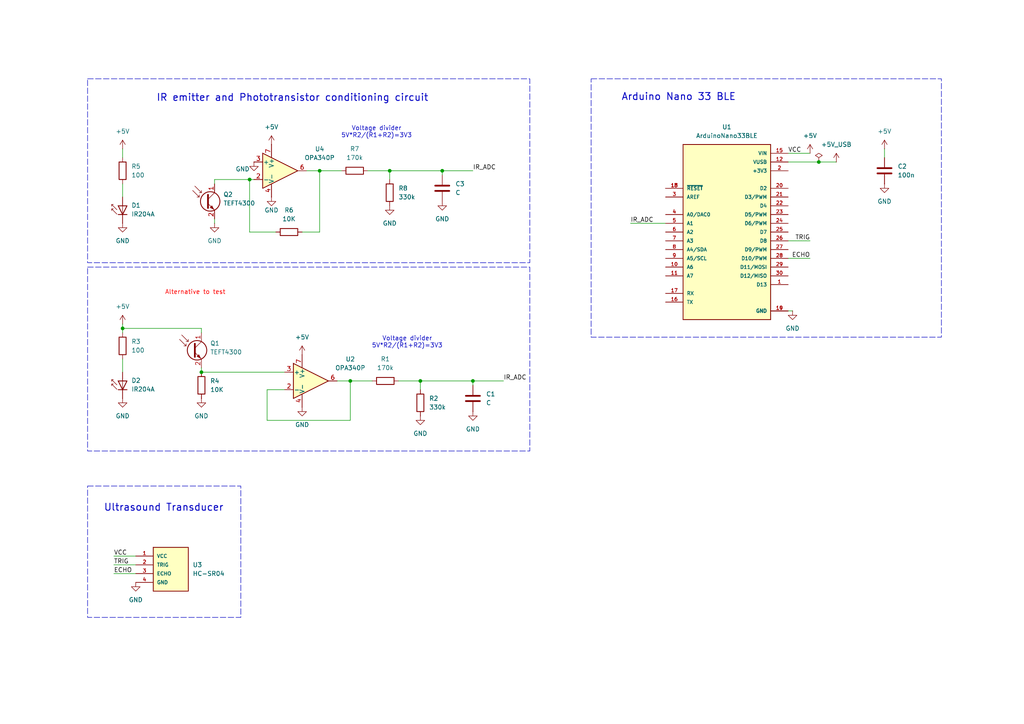
<source format=kicad_sch>
(kicad_sch (version 20231120) (generator "eeschema") (generator_version "8.0")
  (paper "A4")
  (lib_symbols
    (symbol "Amplifier_Operational:OPA340P" (pin_names (offset 0.127))
      (property "Reference" "U" (at 0 6.35 0))
      (property "Value" "OPA340P" (at 0 3.81 0))
      (symbol "OPA340P_0_1"
        (polyline (pts (xy -5.08 5.08) (xy 5.08 0) (xy -5.08 -5.08) (xy -5.08 5.08)) (stroke (width 0.254)) (fill (type background)))
      )
      (symbol "OPA340P_1_1"
        (pin no_connect line (at -5.08 -2.54 90) (length 2.54) hide (name "NC") (number "1"))
        (pin input line (at -7.62 -2.54 0) (length 2.54) (name "-") (number "2"))
        (pin input line (at -7.62 2.54 0) (length 2.54) (name "+") (number "3"))
        (pin power_in line (at -2.54 -7.62 90) (length 3.81) (name "V-") (number "4"))
        (pin no_connect line (at -2.54 -2.54 90) (length 2.54) hide (name "NC") (number "5"))
        (pin output line (at 7.62 0 180) (length 2.54) (name "~") (number "6"))
        (pin power_in line (at -2.54 7.62 270) (length 3.81) (name "V+") (number "7"))
        (pin no_connect line (at 0 -2.54 90) (length 2.54) hide (name "NC") (number "8"))
      )
    )
    (symbol "ArduinoNano33BLE:ABX00027" (pin_names (offset 1.016))
      (property "Reference" "U" (at -12.7 26.67 0))
      (property "Value" "ABX00027" (at -12.7 -26.67 0))
      (symbol "ABX00027_0_0"
        (rectangle (start -12.7 -25.4) (end 12.7 25.4) (stroke (width 0.254)) (fill (type background)))
        (pin bidirectional line (at 17.78 -15.24 180) (length 5.08) (name "D13") (number "1"))
        (pin input line (at -17.78 -10.16 0) (length 5.08) (name "A6") (number "10"))
        (pin input line (at -17.78 -12.7 0) (length 5.08) (name "A7") (number "11"))
        (pin power_in line (at 17.78 20.32 180) (length 5.08) (name "VUSB") (number "12"))
        (pin input line (at -17.78 12.7 0) (length 5.08) (name "~{RESET}") (number "13"))
        (pin power_in line (at 17.78 -22.86 180) (length 5.08) (name "GND") (number "14"))
        (pin power_in line (at 17.78 22.86 180) (length 5.08) (name "VIN") (number "15"))
        (pin bidirectional line (at -17.78 -20.32 0) (length 5.08) (name "TX") (number "16"))
        (pin bidirectional line (at -17.78 -17.78 0) (length 5.08) (name "RX") (number "17"))
        (pin input line (at -17.78 12.7 0) (length 5.08) (name "~{RESET}") (number "18"))
        (pin power_in line (at 17.78 -22.86 180) (length 5.08) (name "GND") (number "19"))
        (pin power_in line (at 17.78 17.78 180) (length 5.08) (name "+3V3") (number "2"))
        (pin bidirectional line (at 17.78 12.7 180) (length 5.08) (name "D2") (number "20"))
        (pin bidirectional line (at 17.78 10.16 180) (length 5.08) (name "D3/PWM") (number "21"))
        (pin bidirectional line (at 17.78 7.62 180) (length 5.08) (name "D4") (number "22"))
        (pin bidirectional line (at 17.78 5.08 180) (length 5.08) (name "D5/PWM") (number "23"))
        (pin bidirectional line (at 17.78 2.54 180) (length 5.08) (name "D6/PWM") (number "24"))
        (pin bidirectional line (at 17.78 0 180) (length 5.08) (name "D7") (number "25"))
        (pin bidirectional line (at 17.78 -2.54 180) (length 5.08) (name "D8") (number "26"))
        (pin bidirectional line (at 17.78 -5.08 180) (length 5.08) (name "D9/PWM") (number "27"))
        (pin bidirectional line (at 17.78 -7.62 180) (length 5.08) (name "D10/PWM") (number "28"))
        (pin bidirectional line (at 17.78 -10.16 180) (length 5.08) (name "D11/MOSI") (number "29"))
        (pin input line (at -17.78 10.16 0) (length 5.08) (name "AREF") (number "3"))
        (pin bidirectional line (at 17.78 -12.7 180) (length 5.08) (name "D12/MISO") (number "30"))
        (pin bidirectional line (at -17.78 5.08 0) (length 5.08) (name "A0/DAC0") (number "4"))
        (pin input line (at -17.78 2.54 0) (length 5.08) (name "A1") (number "5"))
        (pin input line (at -17.78 0 0) (length 5.08) (name "A2") (number "6"))
        (pin input line (at -17.78 -2.54 0) (length 5.08) (name "A3") (number "7"))
        (pin input line (at -17.78 -5.08 0) (length 5.08) (name "A4/SDA") (number "8"))
        (pin input line (at -17.78 -7.62 0) (length 5.08) (name "A5/SCL") (number "9"))
      )
    )
    (symbol "Device:C" (pin_numbers hide) (pin_names (offset 0.254))
      (property "Reference" "C" (at 0.635 2.54 0))
      (property "Value" "C" (at 0.635 -2.54 0))
      (symbol "C_0_1"
        (polyline (pts (xy -2.032 -0.762) (xy 2.032 -0.762)) (stroke (width 0.508)))
        (polyline (pts (xy -2.032 0.762) (xy 2.032 0.762)) (stroke (width 0.508)))
      )
      (symbol "C_1_1"
        (pin passive line (at 0 3.81 270) (length 2.794) (name "~") (number "1"))
        (pin passive line (at 0 -3.81 90) (length 2.794) (name "~") (number "2"))
      )
    )
    (symbol "Device:R" (pin_numbers hide) (pin_names (offset 0))
      (property "Reference" "R" (at 2.032 0 90))
      (property "Value" "R" (at 0 0 90))
      (symbol "R_0_1"
        (rectangle (start -1.016 -2.54) (end 1.016 2.54) (stroke (width 0.254)))
      )
      (symbol "R_1_1"
        (pin passive line (at 0 3.81 270) (length 1.27) (name "~") (number "1"))
        (pin passive line (at 0 -3.81 90) (length 1.27) (name "~") (number "2"))
      )
    )
    (symbol "HC-SR04:HC-SR04" (pin_names (offset 1.016))
      (property "Reference" "U" (at 0 5.0813 0))
      (property "Value" "HC-SR04" (at 0 -10.163 0))
      (symbol "HC-SR04_0_0"
        (rectangle (start 0 -7.62) (end 10.16 5.08) (stroke (width 0.254)) (fill (type background)))
        (pin power_in line (at -5.08 2.54 0) (length 5.08) (name "VCC") (number "1"))
        (pin bidirectional line (at -5.08 0 0) (length 5.08) (name "TRIG") (number "2"))
        (pin bidirectional line (at -5.08 -2.54 0) (length 5.08) (name "ECHO") (number "3"))
        (pin power_in line (at -5.08 -5.08 0) (length 5.08) (name "GND") (number "4"))
      )
    )
    (symbol "LED:IR204A" (pin_numbers hide) (pin_names (offset 1.016) hide)
      (property "Reference" "D" (at 0.508 1.778 0))
      (property "Value" "IR204A" (at -1.016 -2.794 0))
      (symbol "IR204A_0_1"
        (polyline (pts (xy -2.54 1.27) (xy -2.54 -1.27)) (stroke (width 0.254)))
        (polyline (pts (xy 0 0) (xy -2.54 0)))
        (polyline (pts (xy 0.381 3.175) (xy -0.127 3.175)))
        (polyline (pts (xy -1.143 1.651) (xy 0.381 3.175) (xy 0.381 2.667)))
        (polyline (pts (xy 0 1.27) (xy -2.54 0) (xy 0 -1.27) (xy 0 1.27)) (stroke (width 0.254)))
        (polyline (pts (xy -2.413 1.651) (xy -0.889 3.175) (xy -0.889 2.667) (xy -0.889 3.175) (xy -1.397 3.175)))
      )
      (symbol "IR204A_1_1"
        (pin passive line (at -5.08 0 0) (length 2.54) (name "K") (number "1"))
        (pin passive line (at 2.54 0 180) (length 2.54) (name "A") (number "2"))
      )
    )
    (symbol "Sensor_Optical:TEPT4400" (pin_names (offset 0) hide)
      (property "Reference" "Q" (at 5.08 1.27 0))
      (property "Value" "TEPT4400" (at 5.08 -1.27 0))
      (symbol "TEPT4400_0_1"
        (polyline (pts (xy -1.905 1.27) (xy -2.54 1.27)))
        (polyline (pts (xy -1.27 2.54) (xy -1.905 2.54)))
        (polyline (pts (xy 0.635 0.635) (xy 2.54 2.54)))
        (polyline (pts (xy -3.81 3.175) (xy -1.905 1.27) (xy -1.905 1.905)))
        (polyline (pts (xy -3.175 4.445) (xy -1.27 2.54) (xy -1.27 3.175)))
        (polyline (pts (xy 0.635 -0.635) (xy 2.54 -2.54) (xy 2.54 -2.54)))
        (polyline (pts (xy 0.635 1.905) (xy 0.635 -1.905) (xy 0.635 -1.905)) (stroke (width 0.508)))
        (polyline (pts (xy 1.27 -1.778) (xy 1.778 -1.27) (xy 2.286 -2.286) (xy 1.27 -1.778) (xy 1.27 -1.778)) (fill (type outline)))
        (circle (center 1.27 0) (radius 2.8194) (stroke (width 0.254)))
      )
      (symbol "TEPT4400_1_1"
        (pin passive line (at 2.54 5.08 270) (length 2.54) (name "C") (number "1"))
        (pin passive line (at 2.54 -5.08 90) (length 2.54) (name "E") (number "2"))
      )
    )
    (symbol "power:GND" (power) (pin_numbers hide) (pin_names (offset 0) hide)
      (property "Value" "GND" (at 0 -3.81 0))
      (symbol "GND_0_1"
        (polyline (pts (xy 0 0) (xy 0 -1.27) (xy 1.27 -1.27) (xy 0 -2.54) (xy -1.27 -1.27) (xy 0 -1.27)))
      )
      (symbol "GND_1_1"
        (pin power_in line (at 0 0 270) (length 0) (name "~") (number "1"))
      )
    )
    (symbol "power:PWR_FLAG" (power) (pin_numbers hide) (pin_names (offset 0) hide)
      (property "Value" "PWR_FLAG" (at 0 3.81 0))
      (symbol "PWR_FLAG_0_0"
        (pin power_out line (at 0 0 90) (length 0) (name "~") (number "1"))
      )
      (symbol "PWR_FLAG_0_1"
        (polyline (pts (xy 0 0) (xy 0 1.27) (xy -1.016 1.905) (xy 0 2.54) (xy 1.016 1.905) (xy 0 1.27)))
      )
    )
    (symbol "power:VCC" (power) (pin_numbers hide) (pin_names (offset 0) hide)
      (property "Value" "VCC" (at 0 3.556 0))
      (symbol "VCC_0_1"
        (polyline (pts (xy -0.762 1.27) (xy 0 2.54)))
        (polyline (pts (xy 0 0) (xy 0 2.54)))
        (polyline (pts (xy 0 2.54) (xy 0.762 1.27)))
      )
      (symbol "VCC_1_1"
        (pin power_in line (at 0 0 90) (length 0) (name "~") (number "1"))
      )
    )
  )
  (junction (at 237.49 46.99))
  (junction (at 72.39 52.07))
  (junction (at 121.92 110.49))
  (junction (at 35.56 95.25))
  (junction (at 128.27 49.53))
  (junction (at 137.16 110.49))
  (junction (at 92.71 49.53))
  (junction (at 58.42 107.95))
  (junction (at 101.6 110.49))
  (junction (at 113.03 49.53))
  (wire (pts (xy 58.42 95.25) (xy 58.42 96.52)))
  (wire (pts (xy 115.57 110.49) (xy 121.92 110.49)))
  (wire (pts (xy 35.56 95.25) (xy 58.42 95.25)))
  (wire (pts (xy 234.95 69.85) (xy 228.6 69.85)))
  (wire (pts (xy 72.39 52.07) (xy 73.66 52.07)))
  (wire (pts (xy 82.55 113.03) (xy 77.47 113.03)))
  (wire (pts (xy 137.16 110.49) (xy 137.16 111.76)))
  (wire (pts (xy 137.16 110.49) (xy 146.05 110.49)))
  (wire (pts (xy 121.92 110.49) (xy 137.16 110.49)))
  (wire (pts (xy 92.71 49.53) (xy 99.06 49.53)))
  (wire (pts (xy 77.47 121.92) (xy 101.6 121.92)))
  (wire (pts (xy 33.02 163.83) (xy 39.37 163.83)))
  (wire (pts (xy 35.56 95.25) (xy 35.56 96.52)))
  (wire (pts (xy 58.42 106.68) (xy 58.42 107.95)))
  (wire (pts (xy 228.6 44.45) (xy 234.95 44.45)))
  (wire (pts (xy 228.6 90.17) (xy 229.87 90.17)))
  (wire (pts (xy 33.02 166.37) (xy 39.37 166.37)))
  (wire (pts (xy 77.47 113.03) (xy 77.47 121.92)))
  (wire (pts (xy 182.88 64.77) (xy 193.04 64.77)))
  (wire (pts (xy 92.71 49.53) (xy 92.71 67.31)))
  (wire (pts (xy 121.92 110.49) (xy 121.92 113.03)))
  (wire (pts (xy 72.39 52.07) (xy 72.39 67.31)))
  (wire (pts (xy 106.68 49.53) (xy 113.03 49.53)))
  (wire (pts (xy 113.03 49.53) (xy 128.27 49.53)))
  (wire (pts (xy 33.02 161.29) (xy 39.37 161.29)))
  (wire (pts (xy 35.56 93.98) (xy 35.56 95.25)))
  (wire (pts (xy 128.27 49.53) (xy 137.16 49.53)))
  (wire (pts (xy 128.27 49.53) (xy 128.27 50.8)))
  (wire (pts (xy 35.56 43.18) (xy 35.56 45.72)))
  (wire (pts (xy 35.56 104.14) (xy 35.56 107.95)))
  (wire (pts (xy 88.9 49.53) (xy 92.71 49.53)))
  (wire (pts (xy 62.23 53.34) (xy 62.23 52.07)))
  (wire (pts (xy 256.54 43.18) (xy 256.54 45.72)))
  (wire (pts (xy 101.6 110.49) (xy 101.6 121.92)))
  (wire (pts (xy 113.03 49.53) (xy 113.03 52.07)))
  (wire (pts (xy 62.23 64.77) (xy 62.23 63.5)))
  (wire (pts (xy 101.6 110.49) (xy 107.95 110.49)))
  (wire (pts (xy 35.56 53.34) (xy 35.56 57.15)))
  (wire (pts (xy 234.95 74.93) (xy 228.6 74.93)))
  (wire (pts (xy 97.79 110.49) (xy 101.6 110.49)))
  (wire (pts (xy 72.39 67.31) (xy 80.01 67.31)))
  (wire (pts (xy 228.6 46.99) (xy 237.49 46.99)))
  (wire (pts (xy 87.63 67.31) (xy 92.71 67.31)))
  (wire (pts (xy 58.42 107.95) (xy 82.55 107.95)))
  (wire (pts (xy 62.23 52.07) (xy 72.39 52.07)))
  (wire (pts (xy 237.49 46.99) (xy 242.57 46.99)))
  (rectangle (start 25.4 140.97) (end 69.85 179.07) (stroke (width 0) (type dash)))
  (rectangle (start 25.4 22.86) (end 153.67 76.2) (stroke (width 0) (type dash)))
  (rectangle (start 25.4 77.47) (end 153.67 130.81) (stroke (width 0) (type dash)))
  (rectangle (start 171.45 22.86) (end 273.05 97.79) (stroke (width 0) (type dash)))
  (text "IR emitter and Phototransistor conditioning circuit\n" (at 84.836 28.448 0) (effects (font (size 2.032 2.032) (thickness 0.254) (bold yes))))
  (text "Alternative to test" (at 56.642 84.836 0) (effects (font (size 1.27 1.27))))
  (text "Voltage divider\n5V*R2/(R1+R2)=3V3\n" (at 118.11 99.314 0) (effects (font (size 1.27 1.27))))
  (text "Ultrasound Transducer" (at 47.498 147.32 0) (effects (font (size 2.032 2.032) (thickness 0.254) (bold yes))))
  (text "Voltage divider\n5V*R2/(R1+R2)=3V3\n" (at 109.22 38.354 0) (effects (font (size 1.27 1.27))))
  (text "Arduino Nano 33 BLE" (at 196.85 28.194 0) (effects (font (size 2.032 2.032) (thickness 0.254) (bold yes))))
  (label "IR_ADC" (at 182.88 64.77 0))
  (label "VCC" (at 232.41 44.45 180))
  (label "TRIG" (at 234.95 69.85 180))
  (label "IR_ADC" (at 146.05 110.49 0))
  (label "TRIG" (at 33.02 163.83 0))
  (label "IR_ADC" (at 137.16 49.53 0))
  (label "VCC" (at 33.02 161.29 0))
  (label "ECHO" (at 33.02 166.37 0))
  (label "ECHO" (at 234.95 74.93 180))
  (symbol (lib_id "Amplifier_Operational:OPA340P") (at 90.17 110.49 0) (unit 1)
    (property "Reference" "U2" (at 101.6 104.1714 0))
    (property "Value" "OPA340P" (at 101.6 106.7114 0))
    (property "Footprint" "Package_DIP:DIP-8_W7.62mm" (effects (hide yes)))
    (property "Datasheet" "http://www.ti.com/lit/ds/symlink/opa340.pdf" (effects (hide yes)))
    (property "Description" "Single Single-Supply, Rail-to-Rail Operational Amplifier, MicroAmplifier Series, DIP-8" (effects (hide yes)))
  )
  (symbol (lib_id "power:VCC") (at 35.56 43.18 0) (unit 1)
    (property "Reference" "#PWR014" (effects (hide yes)))
    (property "Value" "+5V" (at 35.56 38.1 0))
    (property "Description" "Power symbol creates a global label with name \"VCC\"" (effects (hide yes)))
  )
  (symbol (lib_id "power:GND") (at 35.56 64.77 0) (unit 1)
    (property "Reference" "#PWR015" (effects (hide yes)))
    (property "Value" "GND" (at 35.56 69.85 0))
    (property "Description" "Power symbol creates a global label with name \"GND\" , ground" (effects (hide yes)))
  )
  (symbol (lib_id "power:GND") (at 137.16 119.38 0) (unit 1)
    (property "Reference" "#PWR06" (effects (hide yes)))
    (property "Value" "GND" (at 137.16 124.46 0))
    (property "Description" "Power symbol creates a global label with name \"GND\" , ground" (effects (hide yes)))
  )
  (symbol (lib_id "power:GND") (at 113.03 59.69 0) (unit 1)
    (property "Reference" "#PWR019" (effects (hide yes)))
    (property "Value" "GND" (at 113.03 64.77 0))
    (property "Description" "Power symbol creates a global label with name \"GND\" , ground" (effects (hide yes)))
  )
  (symbol (lib_id "power:GND") (at 256.54 53.34 0) (unit 1)
    (property "Reference" "#PWR012" (effects (hide yes)))
    (property "Value" "GND" (at 256.54 58.42 0))
    (property "Description" "Power symbol creates a global label with name \"GND\" , ground" (effects (hide yes)))
  )
  (symbol (lib_id "LED:IR204A") (at 35.56 59.69 90) (unit 1)
    (property "Reference" "D1" (at 38.1 59.5629 90) (effects (justify right)))
    (property "Value" "IR204A" (at 38.1 62.1029 90) (effects (justify right)))
    (property "Footprint" "LED_THT:LED_D3.0mm_IRBlack" (effects (hide yes)))
    (property "Datasheet" "http://www.everlight.com/file/ProductFile/IR204-A.pdf" (effects (hide yes)))
    (property "Description" "Infrared LED , 3mm LED package" (effects (hide yes)))
  )
  (symbol (lib_id "Sensor_Optical:TEPT4400") (at 59.69 58.42 0) (unit 1)
    (property "Reference" "Q2" (at 64.77 56.4006 0) (effects (justify left)))
    (property "Value" "TEFT4300" (at 64.77 58.9406 0) (effects (justify left)))
    (property "Footprint" "LED_THT:LED_D3.0mm_Clear" (effects (hide yes)))
    (property "Datasheet" "https://www.vishay.com/docs/81341/tept4400.pdf" (effects (hide yes)))
    (property "Description" "Ambient Light Sensor, NPN Epitaxial Planar Phototransistor, T-1" (effects (hide yes)))
  )
  (symbol (lib_id "Amplifier_Operational:OPA340P") (at 81.28 49.53 0) (unit 1)
    (property "Reference" "U4" (at 92.71 43.2114 0))
    (property "Value" "OPA340P" (at 92.71 45.7514 0))
    (property "Footprint" "Package_DIP:DIP-8_W7.62mm" (effects (hide yes)))
    (property "Datasheet" "http://www.ti.com/lit/ds/symlink/opa340.pdf" (effects (hide yes)))
    (property "Description" "Single Single-Supply, Rail-to-Rail Operational Amplifier, MicroAmplifier Series, DIP-8" (effects (hide yes)))
  )
  (symbol (lib_id "Device:R") (at 83.82 67.31 90) (unit 1)
    (property "Reference" "R6" (at 83.82 60.96 90))
    (property "Value" "10K" (at 83.82 63.5 90))
    (property "Description" "Resistor" (effects (hide yes)))
  )
  (symbol (lib_id "Device:R") (at 35.56 49.53 0) (unit 1)
    (property "Reference" "R5" (at 38.1 48.2599 0) (effects (justify left)))
    (property "Value" "100" (at 38.1 50.7999 0) (effects (justify left)))
    (property "Description" "Resistor" (effects (hide yes)))
  )
  (symbol (lib_id "power:GND") (at 62.23 64.77 0) (unit 1)
    (property "Reference" "#PWR016" (effects (hide yes)))
    (property "Value" "GND" (at 62.23 69.85 0))
    (property "Description" "Power symbol creates a global label with name \"GND\" , ground" (effects (hide yes)))
  )
  (symbol (lib_id "power:GND") (at 87.63 118.11 0) (unit 1)
    (property "Reference" "#PWR010" (effects (hide yes)))
    (property "Value" "GND" (at 87.63 123.19 0))
    (property "Description" "Power symbol creates a global label with name \"GND\" , ground" (effects (hide yes)))
  )
  (symbol (lib_id "Device:R") (at 111.76 110.49 90) (unit 1)
    (property "Reference" "R1" (at 111.76 104.14 90))
    (property "Value" "170k" (at 111.76 106.68 90))
    (property "Description" "Resistor" (effects (hide yes)))
  )
  (symbol (lib_id "power:VCC") (at 35.56 93.98 0) (unit 1)
    (property "Reference" "#PWR08" (effects (hide yes)))
    (property "Value" "+5V" (at 35.56 88.9 0))
    (property "Description" "Power symbol creates a global label with name \"VCC\"" (effects (hide yes)))
  )
  (symbol (lib_id "HC-SR04:HC-SR04") (at 44.45 163.83 0) (unit 1)
    (property "Reference" "U3" (at 55.88 163.8299 0) (effects (justify left)))
    (property "Value" "HC-SR04" (at 55.88 166.3699 0) (effects (justify left)))
    (property "Footprint" "HC-SR04:XCVR_HC-SR04" (effects (hide yes)))
    (property "MF" "SparkFun Electronics" (effects (hide yes)))
    (property "Description_1" "\n                        \n                            HC-SR04 Ultrasonic Sensor Qwiic Platform Evaluation Expansion Board\n                        \n" (effects (hide yes)))
    (property "Package" "None" (effects (hide yes)))
    (property "Price" "None" (effects (hide yes)))
    (property "Check_prices" "https://www.snapeda.com/parts/HC-SR04/SparkFun+Electronics/view-part/?ref=eda" (effects (hide yes)))
    (property "SnapEDA_Link" "https://www.snapeda.com/parts/HC-SR04/SparkFun+Electronics/view-part/?ref=snap" (effects (hide yes)))
    (property "MP" "HC-SR04" (effects (hide yes)))
    (property "Availability" "Not in stock" (effects (hide yes)))
    (property "MANUFACTURER" "Osepp" (effects (hide yes)))
  )
  (symbol (lib_id "Sensor_Optical:TEPT4400") (at 55.88 101.6 0) (unit 1)
    (property "Reference" "Q1" (at 60.96 99.5806 0) (effects (justify left)))
    (property "Value" "TEFT4300" (at 60.96 102.1206 0) (effects (justify left)))
    (property "Footprint" "LED_THT:LED_D3.0mm_Clear" (effects (hide yes)))
    (property "Datasheet" "https://www.vishay.com/docs/81341/tept4400.pdf" (effects (hide yes)))
    (property "Description" "Ambient Light Sensor, NPN Epitaxial Planar Phototransistor, T-1" (effects (hide yes)))
  )
  (symbol (lib_id "power:PWR_FLAG") (at 237.49 46.99 0) (unit 1)
    (property "Reference" "#FLG01" (effects (hide yes)))
    (property "Value" "PWR_FLAG" (effects (hide yes)))
    (property "Description" "Special symbol for telling ERC where power comes from" (effects (hide yes)))
  )
  (symbol (lib_id "ArduinoNano33BLE:ABX00027") (at 210.82 67.31 0) (unit 1)
    (property "Reference" "U1" (at 210.82 36.83 0))
    (property "Value" "ArduinoNano33BLE" (at 210.82 39.37 0))
    (property "Footprint" "ABX00027:MODULE_ABX00027" (effects (hide yes)))
    (property "MF" "Arduino" (effects (hide yes)))
    (property "DESCRIPTION" "ATSAMD21G18A Arduino Nano 33 IoT SAM D ARM® Cortex®-M0+ MCU 32-Bit Embedded Evaluation Board" (effects (hide yes)))
    (property "PACKAGE" "None" (effects (hide yes)))
    (property "PRICE" "None" (effects (hide yes)))
    (property "Package" "None" (effects (hide yes)))
    (property "Check_prices" "https://www.snapeda.com/parts/Arduino%20Nano%2033%20IoT/Arduino/view-part/?ref=eda" (effects (hide yes)))
    (property "Price" "None" (effects (hide yes)))
    (property "SnapEDA_Link" "https://www.snapeda.com/parts/Arduino%20Nano%2033%20IoT/Arduino/view-part/?ref=snap" (effects (hide yes)))
    (property "MP" "Arduino Nano 33 IoT" (effects (hide yes)))
    (property "DIGIKEY-PURCHASE-URL" "https://snapeda.com/shop?store=DigiKey&id=3949339" (effects (hide yes)))
    (property "Availability" "Not in stock" (effects (hide yes)))
    (property "AVAILABILITY" "Unavailable" (effects (hide yes)))
    (property "Description_1" "\n                        \n                            An IoT connected IMU sensor in the Nano form factor.\n                        \n" (effects (hide yes)))
  )
  (symbol (lib_id "power:GND") (at 121.92 120.65 0) (unit 1)
    (property "Reference" "#PWR05" (effects (hide yes)))
    (property "Value" "GND" (at 121.92 125.73 0))
    (property "Description" "Power symbol creates a global label with name \"GND\" , ground" (effects (hide yes)))
  )
  (symbol (lib_id "power:GND") (at 35.56 115.57 0) (unit 1)
    (property "Reference" "#PWR07" (effects (hide yes)))
    (property "Value" "GND" (at 35.56 120.65 0))
    (property "Description" "Power symbol creates a global label with name \"GND\" , ground" (effects (hide yes)))
  )
  (symbol (lib_id "Device:C") (at 128.27 54.61 0) (unit 1)
    (property "Reference" "C3" (at 132.08 53.3399 0) (effects (justify left)))
    (property "Value" "C" (at 132.08 55.8799 0) (effects (justify left)))
    (property "Description" "Unpolarized capacitor" (effects (hide yes)))
  )
  (symbol (lib_id "power:GND") (at 73.66 46.99 0) (unit 1)
    (property "Reference" "#PWR021" (effects (hide yes)))
    (property "Value" "GND" (at 70.358 49.022 0))
    (property "Description" "Power symbol creates a global label with name \"GND\" , ground" (effects (hide yes)))
  )
  (symbol (lib_id "power:GND") (at 58.42 115.57 0) (unit 1)
    (property "Reference" "#PWR09" (effects (hide yes)))
    (property "Value" "GND" (at 58.42 120.65 0))
    (property "Description" "Power symbol creates a global label with name \"GND\" , ground" (effects (hide yes)))
  )
  (symbol (lib_id "power:VCC") (at 234.95 44.45 0) (unit 1)
    (property "Reference" "#PWR03" (effects (hide yes)))
    (property "Value" "+5V" (at 234.95 39.37 0))
    (property "Description" "Power symbol creates a global label with name \"VCC\"" (effects (hide yes)))
  )
  (symbol (lib_id "power:VCC") (at 242.57 46.99 0) (unit 1)
    (property "Reference" "#PWR01" (effects (hide yes)))
    (property "Value" "+5V_USB" (at 242.57 41.91 0))
    (property "Description" "Power symbol creates a global label with name \"VCC\"" (effects (hide yes)))
  )
  (symbol (lib_id "Device:R") (at 102.87 49.53 90) (unit 1)
    (property "Reference" "R7" (at 102.87 43.18 90))
    (property "Value" "170k" (at 102.87 45.72 90))
    (property "Description" "Resistor" (effects (hide yes)))
  )
  (symbol (lib_id "Device:R") (at 58.42 111.76 0) (unit 1)
    (property "Reference" "R4" (at 60.96 110.4899 0) (effects (justify left)))
    (property "Value" "10K" (at 60.96 113.0299 0) (effects (justify left)))
    (property "Description" "Resistor" (effects (hide yes)))
  )
  (symbol (lib_id "Device:R") (at 121.92 116.84 0) (unit 1)
    (property "Reference" "R2" (at 124.46 115.5699 0) (effects (justify left)))
    (property "Value" "330k" (at 124.46 118.1099 0) (effects (justify left)))
    (property "Description" "Resistor" (effects (hide yes)))
  )
  (symbol (lib_id "power:GND") (at 78.74 57.15 0) (unit 1)
    (property "Reference" "#PWR018" (effects (hide yes)))
    (property "Value" "GND" (at 78.74 60.96 0))
    (property "Description" "Power symbol creates a global label with name \"GND\" , ground" (effects (hide yes)))
  )
  (symbol (lib_id "Device:C") (at 137.16 115.57 0) (unit 1)
    (property "Reference" "C1" (at 140.97 114.2999 0) (effects (justify left)))
    (property "Value" "C" (at 140.97 116.8399 0) (effects (justify left)))
    (property "Description" "Unpolarized capacitor" (effects (hide yes)))
  )
  (symbol (lib_id "power:GND") (at 128.27 58.42 0) (unit 1)
    (property "Reference" "#PWR020" (effects (hide yes)))
    (property "Value" "GND" (at 128.27 63.5 0))
    (property "Description" "Power symbol creates a global label with name \"GND\" , ground" (effects (hide yes)))
  )
  (symbol (lib_id "Device:R") (at 113.03 55.88 0) (unit 1)
    (property "Reference" "R8" (at 115.57 54.6099 0) (effects (justify left)))
    (property "Value" "330k" (at 115.57 57.1499 0) (effects (justify left)))
    (property "Description" "Resistor" (effects (hide yes)))
  )
  (symbol (lib_id "Device:R") (at 35.56 100.33 0) (unit 1)
    (property "Reference" "R3" (at 38.1 99.0599 0) (effects (justify left)))
    (property "Value" "100" (at 38.1 101.5999 0) (effects (justify left)))
    (property "Description" "Resistor" (effects (hide yes)))
  )
  (symbol (lib_id "power:GND") (at 39.37 168.91 0) (unit 1)
    (property "Reference" "#PWR02" (effects (hide yes)))
    (property "Value" "GND" (at 39.37 173.99 0))
    (property "Description" "Power symbol creates a global label with name \"GND\" , ground" (effects (hide yes)))
  )
  (symbol (lib_id "Device:C") (at 256.54 49.53 0) (unit 1)
    (property "Reference" "C2" (at 260.35 48.2599 0) (effects (justify left)))
    (property "Value" "100n" (at 260.35 50.7999 0) (effects (justify left)))
    (property "Description" "Unpolarized capacitor" (effects (hide yes)))
  )
  (symbol (lib_id "LED:IR204A") (at 35.56 110.49 90) (unit 1)
    (property "Reference" "D2" (at 38.1 110.3629 90) (effects (justify right)))
    (property "Value" "IR204A" (at 38.1 112.9029 90) (effects (justify right)))
    (property "Footprint" "LED_THT:LED_D3.0mm_IRBlack" (effects (hide yes)))
    (property "Datasheet" "http://www.everlight.com/file/ProductFile/IR204-A.pdf" (effects (hide yes)))
    (property "Description" "Infrared LED , 3mm LED package" (effects (hide yes)))
  )
  (symbol (lib_id "power:GND") (at 229.87 90.17 0) (unit 1)
    (property "Reference" "#PWR04" (effects (hide yes)))
    (property "Value" "GND" (at 229.87 95.25 0))
    (property "Description" "Power symbol creates a global label with name \"GND\" , ground" (effects (hide yes)))
  )
  (symbol (lib_id "power:VCC") (at 256.54 43.18 0) (unit 1)
    (property "Reference" "#PWR013" (effects (hide yes)))
    (property "Value" "+5V" (at 256.54 38.1 0))
    (property "Description" "Power symbol creates a global label with name \"VCC\"" (effects (hide yes)))
  )
  (symbol (lib_id "power:VCC") (at 87.63 102.87 0) (unit 1)
    (property "Reference" "#PWR011" (effects (hide yes)))
    (property "Value" "+5V" (at 87.63 97.79 0))
    (property "Description" "Power symbol creates a global label with name \"VCC\"" (effects (hide yes)))
  )
  (symbol (lib_id "power:VCC") (at 78.74 41.91 0) (unit 1)
    (property "Reference" "#PWR017" (effects (hide yes)))
    (property "Value" "+5V" (at 78.74 36.83 0))
    (property "Description" "Power symbol creates a global label with name \"VCC\"" (effects (hide yes)))
  )
)
</source>
